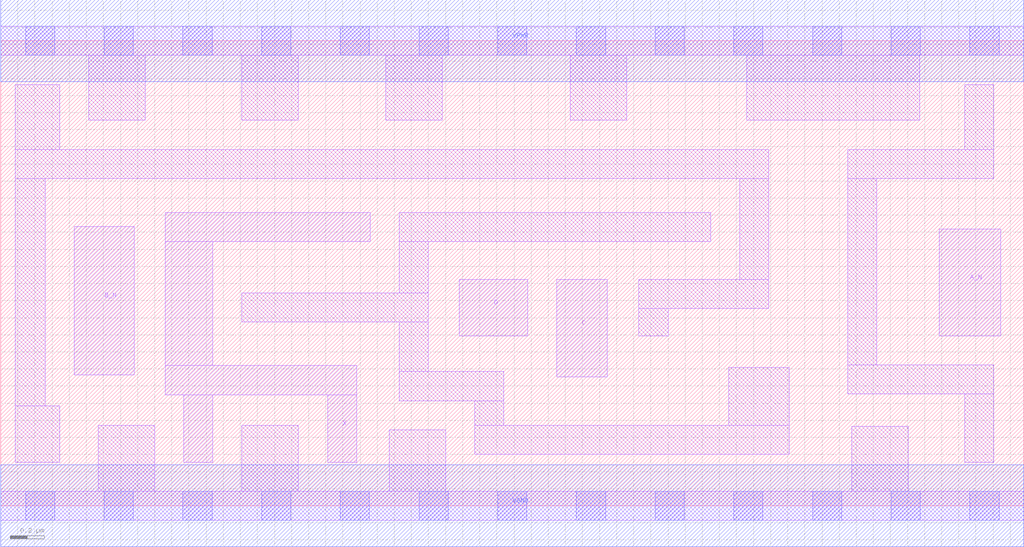
<source format=lef>
# Copyright 2020 The SkyWater PDK Authors
#
# Licensed under the Apache License, Version 2.0 (the "License");
# you may not use this file except in compliance with the License.
# You may obtain a copy of the License at
#
#     https://www.apache.org/licenses/LICENSE-2.0
#
# Unless required by applicable law or agreed to in writing, software
# distributed under the License is distributed on an "AS IS" BASIS,
# WITHOUT WARRANTIES OR CONDITIONS OF ANY KIND, either express or implied.
# See the License for the specific language governing permissions and
# limitations under the License.
#
# SPDX-License-Identifier: Apache-2.0

VERSION 5.7 ;
  NOWIREEXTENSIONATPIN ON ;
  DIVIDERCHAR "/" ;
  BUSBITCHARS "[]" ;
UNITS
  DATABASE MICRONS 200 ;
END UNITS
MACRO sky130_fd_sc_hd__and4bb_4
  CLASS CORE ;
  FOREIGN sky130_fd_sc_hd__and4bb_4 ;
  ORIGIN  0.000000  0.000000 ;
  SIZE  5.980000 BY  2.720000 ;
  SYMMETRY X Y R90 ;
  SITE unithd ;
  PIN A_N
    ANTENNAGATEAREA  0.126000 ;
    DIRECTION INPUT ;
    USE SIGNAL ;
    PORT
      LAYER li1 ;
        RECT 5.485000 0.995000 5.845000 1.620000 ;
    END
  END A_N
  PIN B_N
    ANTENNAGATEAREA  0.126000 ;
    DIRECTION INPUT ;
    USE SIGNAL ;
    PORT
      LAYER li1 ;
        RECT 0.430000 0.765000 0.780000 1.635000 ;
    END
  END B_N
  PIN C
    ANTENNAGATEAREA  0.247500 ;
    DIRECTION INPUT ;
    USE SIGNAL ;
    PORT
      LAYER li1 ;
        RECT 3.250000 0.755000 3.545000 1.325000 ;
    END
  END C
  PIN D
    ANTENNAGATEAREA  0.247500 ;
    DIRECTION INPUT ;
    USE SIGNAL ;
    PORT
      LAYER li1 ;
        RECT 2.680000 0.995000 3.080000 1.325000 ;
    END
  END D
  PIN X
    ANTENNADIFFAREA  0.891000 ;
    DIRECTION OUTPUT ;
    USE SIGNAL ;
    PORT
      LAYER li1 ;
        RECT 0.960000 0.650000 2.080000 0.820000 ;
        RECT 0.960000 0.820000 1.240000 1.545000 ;
        RECT 0.960000 1.545000 2.160000 1.715000 ;
        RECT 1.070000 0.255000 1.240000 0.650000 ;
        RECT 1.910000 0.255000 2.080000 0.650000 ;
    END
  END X
  PIN VGND
    DIRECTION INOUT ;
    SHAPE ABUTMENT ;
    USE GROUND ;
    PORT
      LAYER met1 ;
        RECT 0.000000 -0.240000 5.980000 0.240000 ;
    END
  END VGND
  PIN VPWR
    DIRECTION INOUT ;
    SHAPE ABUTMENT ;
    USE POWER ;
    PORT
      LAYER met1 ;
        RECT 0.000000 2.480000 5.980000 2.960000 ;
    END
  END VPWR
  OBS
    LAYER li1 ;
      RECT 0.000000 -0.085000 5.980000 0.085000 ;
      RECT 0.000000  2.635000 5.980000 2.805000 ;
      RECT 0.085000  0.255000 0.345000 0.585000 ;
      RECT 0.085000  0.585000 0.260000 1.915000 ;
      RECT 0.085000  1.915000 4.490000 2.085000 ;
      RECT 0.085000  2.085000 0.345000 2.465000 ;
      RECT 0.515000  2.255000 0.845000 2.635000 ;
      RECT 0.570000  0.085000 0.900000 0.470000 ;
      RECT 1.410000  0.085000 1.740000 0.470000 ;
      RECT 1.410000  1.075000 2.500000 1.245000 ;
      RECT 1.410000  2.255000 1.740000 2.635000 ;
      RECT 2.250000  2.255000 2.580000 2.635000 ;
      RECT 2.270000  0.085000 2.600000 0.445000 ;
      RECT 2.330000  0.615000 2.940000 0.785000 ;
      RECT 2.330000  0.785000 2.500000 1.075000 ;
      RECT 2.330000  1.245000 2.500000 1.545000 ;
      RECT 2.330000  1.545000 4.150000 1.715000 ;
      RECT 2.770000  0.300000 4.610000 0.470000 ;
      RECT 2.770000  0.470000 2.940000 0.615000 ;
      RECT 3.330000  2.255000 3.660000 2.635000 ;
      RECT 3.730000  0.995000 3.900000 1.155000 ;
      RECT 3.730000  1.155000 4.490000 1.325000 ;
      RECT 4.255000  0.470000 4.610000 0.810000 ;
      RECT 4.320000  1.325000 4.490000 1.915000 ;
      RECT 4.360000  2.255000 5.370000 2.635000 ;
      RECT 4.950000  0.655000 5.805000 0.825000 ;
      RECT 4.950000  0.825000 5.120000 1.915000 ;
      RECT 4.950000  1.915000 5.805000 2.085000 ;
      RECT 4.975000  0.085000 5.305000 0.465000 ;
      RECT 5.635000  0.255000 5.805000 0.655000 ;
      RECT 5.635000  2.085000 5.805000 2.465000 ;
    LAYER mcon ;
      RECT 0.145000 -0.085000 0.315000 0.085000 ;
      RECT 0.145000  2.635000 0.315000 2.805000 ;
      RECT 0.605000 -0.085000 0.775000 0.085000 ;
      RECT 0.605000  2.635000 0.775000 2.805000 ;
      RECT 1.065000 -0.085000 1.235000 0.085000 ;
      RECT 1.065000  2.635000 1.235000 2.805000 ;
      RECT 1.525000 -0.085000 1.695000 0.085000 ;
      RECT 1.525000  2.635000 1.695000 2.805000 ;
      RECT 1.985000 -0.085000 2.155000 0.085000 ;
      RECT 1.985000  2.635000 2.155000 2.805000 ;
      RECT 2.445000 -0.085000 2.615000 0.085000 ;
      RECT 2.445000  2.635000 2.615000 2.805000 ;
      RECT 2.905000 -0.085000 3.075000 0.085000 ;
      RECT 2.905000  2.635000 3.075000 2.805000 ;
      RECT 3.365000 -0.085000 3.535000 0.085000 ;
      RECT 3.365000  2.635000 3.535000 2.805000 ;
      RECT 3.825000 -0.085000 3.995000 0.085000 ;
      RECT 3.825000  2.635000 3.995000 2.805000 ;
      RECT 4.285000 -0.085000 4.455000 0.085000 ;
      RECT 4.285000  2.635000 4.455000 2.805000 ;
      RECT 4.745000 -0.085000 4.915000 0.085000 ;
      RECT 4.745000  2.635000 4.915000 2.805000 ;
      RECT 5.205000 -0.085000 5.375000 0.085000 ;
      RECT 5.205000  2.635000 5.375000 2.805000 ;
      RECT 5.665000 -0.085000 5.835000 0.085000 ;
      RECT 5.665000  2.635000 5.835000 2.805000 ;
  END
END sky130_fd_sc_hd__and4bb_4
END LIBRARY

</source>
